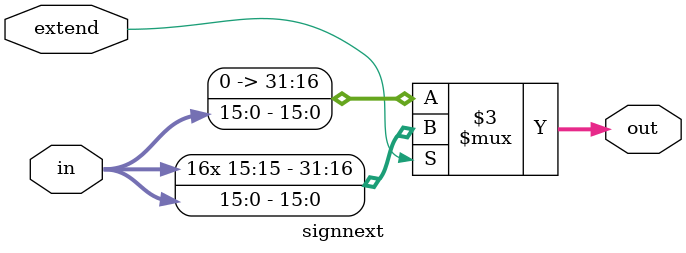
<source format=v>
`timescale 1ns / 1ps


module signnext(
    input [15:0]in,
    input extend,
    output reg [31:0]out
    );
   always@(*)
    if(extend)
        out= { {16{in[15]}},in };
    else
        out= { 16'b0,in };
endmodule

</source>
